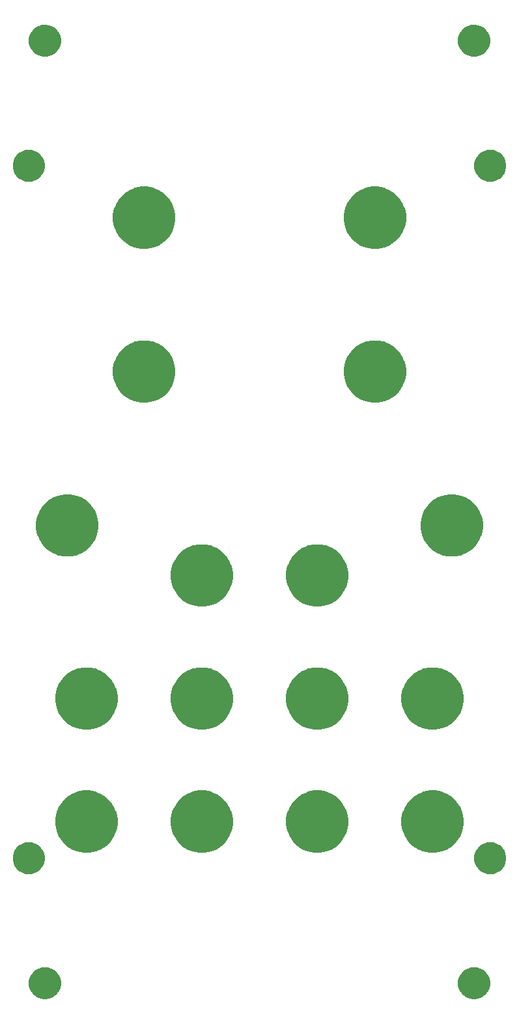
<source format=gbs>
G04 #@! TF.GenerationSoftware,KiCad,Pcbnew,(5.1.0)-1*
G04 #@! TF.CreationDate,2019-05-25T14:28:57-04:00*
G04 #@! TF.ProjectId,VCO_2_RevB_Panel,56434f5f-325f-4526-9576-425f50616e65,rev?*
G04 #@! TF.SameCoordinates,Original*
G04 #@! TF.FileFunction,Soldermask,Bot*
G04 #@! TF.FilePolarity,Negative*
%FSLAX46Y46*%
G04 Gerber Fmt 4.6, Leading zero omitted, Abs format (unit mm)*
G04 Created by KiCad (PCBNEW (5.1.0)-1) date 2019-05-25 14:28:57*
%MOMM*%
%LPD*%
G04 APERTURE LIST*
%ADD10C,0.100000*%
G04 APERTURE END LIST*
D10*
G36*
X108306373Y-139207024D02*
G01*
X108507589Y-139247048D01*
X108886671Y-139404069D01*
X109227835Y-139632028D01*
X109517972Y-139922165D01*
X109745931Y-140263329D01*
X109902952Y-140642411D01*
X109983000Y-141044842D01*
X109983000Y-141455158D01*
X109902952Y-141857589D01*
X109745931Y-142236671D01*
X109517972Y-142577835D01*
X109227835Y-142867972D01*
X108886671Y-143095931D01*
X108507589Y-143252952D01*
X108306373Y-143292976D01*
X108105159Y-143333000D01*
X107694841Y-143333000D01*
X107493627Y-143292976D01*
X107292411Y-143252952D01*
X106913329Y-143095931D01*
X106572165Y-142867972D01*
X106282028Y-142577835D01*
X106054069Y-142236671D01*
X105897048Y-141857589D01*
X105817000Y-141455158D01*
X105817000Y-141044842D01*
X105897048Y-140642411D01*
X106054069Y-140263329D01*
X106282028Y-139922165D01*
X106572165Y-139632028D01*
X106913329Y-139404069D01*
X107292411Y-139247048D01*
X107493627Y-139207024D01*
X107694841Y-139167000D01*
X108105159Y-139167000D01*
X108306373Y-139207024D01*
X108306373Y-139207024D01*
G37*
G36*
X52506373Y-139207024D02*
G01*
X52707589Y-139247048D01*
X53086671Y-139404069D01*
X53427835Y-139632028D01*
X53717972Y-139922165D01*
X53945931Y-140263329D01*
X54102952Y-140642411D01*
X54183000Y-141044842D01*
X54183000Y-141455158D01*
X54102952Y-141857589D01*
X53945931Y-142236671D01*
X53717972Y-142577835D01*
X53427835Y-142867972D01*
X53086671Y-143095931D01*
X52707589Y-143252952D01*
X52506373Y-143292976D01*
X52305159Y-143333000D01*
X51894841Y-143333000D01*
X51693627Y-143292976D01*
X51492411Y-143252952D01*
X51113329Y-143095931D01*
X50772165Y-142867972D01*
X50482028Y-142577835D01*
X50254069Y-142236671D01*
X50097048Y-141857589D01*
X50017000Y-141455158D01*
X50017000Y-141044842D01*
X50097048Y-140642411D01*
X50254069Y-140263329D01*
X50482028Y-139922165D01*
X50772165Y-139632028D01*
X51113329Y-139404069D01*
X51492411Y-139247048D01*
X51693627Y-139207024D01*
X51894841Y-139167000D01*
X52305159Y-139167000D01*
X52506373Y-139207024D01*
X52506373Y-139207024D01*
G37*
G36*
X110406373Y-122957024D02*
G01*
X110607589Y-122997048D01*
X110986671Y-123154069D01*
X111327835Y-123382028D01*
X111617972Y-123672165D01*
X111845931Y-124013329D01*
X112002952Y-124392411D01*
X112083000Y-124794842D01*
X112083000Y-125205158D01*
X112002952Y-125607589D01*
X111845931Y-125986671D01*
X111617972Y-126327835D01*
X111327835Y-126617972D01*
X110986671Y-126845931D01*
X110607589Y-127002952D01*
X110406373Y-127042976D01*
X110205159Y-127083000D01*
X109794841Y-127083000D01*
X109593627Y-127042976D01*
X109392411Y-127002952D01*
X109013329Y-126845931D01*
X108672165Y-126617972D01*
X108382028Y-126327835D01*
X108154069Y-125986671D01*
X107997048Y-125607589D01*
X107917000Y-125205158D01*
X107917000Y-124794842D01*
X107997048Y-124392411D01*
X108154069Y-124013329D01*
X108382028Y-123672165D01*
X108672165Y-123382028D01*
X109013329Y-123154069D01*
X109392411Y-122997048D01*
X109593627Y-122957024D01*
X109794841Y-122917000D01*
X110205159Y-122917000D01*
X110406373Y-122957024D01*
X110406373Y-122957024D01*
G37*
G36*
X50406373Y-122957024D02*
G01*
X50607589Y-122997048D01*
X50986671Y-123154069D01*
X51327835Y-123382028D01*
X51617972Y-123672165D01*
X51845931Y-124013329D01*
X52002952Y-124392411D01*
X52083000Y-124794842D01*
X52083000Y-125205158D01*
X52002952Y-125607589D01*
X51845931Y-125986671D01*
X51617972Y-126327835D01*
X51327835Y-126617972D01*
X50986671Y-126845931D01*
X50607589Y-127002952D01*
X50406373Y-127042976D01*
X50205159Y-127083000D01*
X49794841Y-127083000D01*
X49593627Y-127042976D01*
X49392411Y-127002952D01*
X49013329Y-126845931D01*
X48672165Y-126617972D01*
X48382028Y-126327835D01*
X48154069Y-125986671D01*
X47997048Y-125607589D01*
X47917000Y-125205158D01*
X47917000Y-124794842D01*
X47997048Y-124392411D01*
X48154069Y-124013329D01*
X48382028Y-123672165D01*
X48672165Y-123382028D01*
X49013329Y-123154069D01*
X49392411Y-122997048D01*
X49593627Y-122957024D01*
X49794841Y-122917000D01*
X50205159Y-122917000D01*
X50406373Y-122957024D01*
X50406373Y-122957024D01*
G37*
G36*
X58681632Y-116354677D02*
G01*
X58987005Y-116481167D01*
X59418868Y-116660050D01*
X60082362Y-117103383D01*
X60646617Y-117667638D01*
X61089950Y-118331132D01*
X61268833Y-118762995D01*
X61395323Y-119068368D01*
X61551000Y-119851010D01*
X61551000Y-120648990D01*
X61395323Y-121431632D01*
X61268833Y-121737005D01*
X61089950Y-122168868D01*
X60646617Y-122832362D01*
X60082362Y-123396617D01*
X59418868Y-123839950D01*
X59000293Y-124013329D01*
X58681632Y-124145323D01*
X57898990Y-124301000D01*
X57101010Y-124301000D01*
X56318368Y-124145323D01*
X55999707Y-124013329D01*
X55581132Y-123839950D01*
X54917638Y-123396617D01*
X54353383Y-122832362D01*
X53910050Y-122168868D01*
X53731167Y-121737005D01*
X53604677Y-121431632D01*
X53449000Y-120648990D01*
X53449000Y-119851010D01*
X53604677Y-119068368D01*
X53731167Y-118762995D01*
X53910050Y-118331132D01*
X54353383Y-117667638D01*
X54917638Y-117103383D01*
X55581132Y-116660050D01*
X56012995Y-116481167D01*
X56318368Y-116354677D01*
X57101010Y-116199000D01*
X57898990Y-116199000D01*
X58681632Y-116354677D01*
X58681632Y-116354677D01*
G37*
G36*
X73681632Y-116354677D02*
G01*
X73987005Y-116481167D01*
X74418868Y-116660050D01*
X75082362Y-117103383D01*
X75646617Y-117667638D01*
X76089950Y-118331132D01*
X76268833Y-118762995D01*
X76395323Y-119068368D01*
X76551000Y-119851010D01*
X76551000Y-120648990D01*
X76395323Y-121431632D01*
X76268833Y-121737005D01*
X76089950Y-122168868D01*
X75646617Y-122832362D01*
X75082362Y-123396617D01*
X74418868Y-123839950D01*
X74000293Y-124013329D01*
X73681632Y-124145323D01*
X72898990Y-124301000D01*
X72101010Y-124301000D01*
X71318368Y-124145323D01*
X70999707Y-124013329D01*
X70581132Y-123839950D01*
X69917638Y-123396617D01*
X69353383Y-122832362D01*
X68910050Y-122168868D01*
X68731167Y-121737005D01*
X68604677Y-121431632D01*
X68449000Y-120648990D01*
X68449000Y-119851010D01*
X68604677Y-119068368D01*
X68731167Y-118762995D01*
X68910050Y-118331132D01*
X69353383Y-117667638D01*
X69917638Y-117103383D01*
X70581132Y-116660050D01*
X71012995Y-116481167D01*
X71318368Y-116354677D01*
X72101010Y-116199000D01*
X72898990Y-116199000D01*
X73681632Y-116354677D01*
X73681632Y-116354677D01*
G37*
G36*
X88681632Y-116354677D02*
G01*
X88987005Y-116481167D01*
X89418868Y-116660050D01*
X90082362Y-117103383D01*
X90646617Y-117667638D01*
X91089950Y-118331132D01*
X91268833Y-118762995D01*
X91395323Y-119068368D01*
X91551000Y-119851010D01*
X91551000Y-120648990D01*
X91395323Y-121431632D01*
X91268833Y-121737005D01*
X91089950Y-122168868D01*
X90646617Y-122832362D01*
X90082362Y-123396617D01*
X89418868Y-123839950D01*
X89000293Y-124013329D01*
X88681632Y-124145323D01*
X87898990Y-124301000D01*
X87101010Y-124301000D01*
X86318368Y-124145323D01*
X85999707Y-124013329D01*
X85581132Y-123839950D01*
X84917638Y-123396617D01*
X84353383Y-122832362D01*
X83910050Y-122168868D01*
X83731167Y-121737005D01*
X83604677Y-121431632D01*
X83449000Y-120648990D01*
X83449000Y-119851010D01*
X83604677Y-119068368D01*
X83731167Y-118762995D01*
X83910050Y-118331132D01*
X84353383Y-117667638D01*
X84917638Y-117103383D01*
X85581132Y-116660050D01*
X86012995Y-116481167D01*
X86318368Y-116354677D01*
X87101010Y-116199000D01*
X87898990Y-116199000D01*
X88681632Y-116354677D01*
X88681632Y-116354677D01*
G37*
G36*
X103681632Y-116354677D02*
G01*
X103987005Y-116481167D01*
X104418868Y-116660050D01*
X105082362Y-117103383D01*
X105646617Y-117667638D01*
X106089950Y-118331132D01*
X106268833Y-118762995D01*
X106395323Y-119068368D01*
X106551000Y-119851010D01*
X106551000Y-120648990D01*
X106395323Y-121431632D01*
X106268833Y-121737005D01*
X106089950Y-122168868D01*
X105646617Y-122832362D01*
X105082362Y-123396617D01*
X104418868Y-123839950D01*
X104000293Y-124013329D01*
X103681632Y-124145323D01*
X102898990Y-124301000D01*
X102101010Y-124301000D01*
X101318368Y-124145323D01*
X100999707Y-124013329D01*
X100581132Y-123839950D01*
X99917638Y-123396617D01*
X99353383Y-122832362D01*
X98910050Y-122168868D01*
X98731167Y-121737005D01*
X98604677Y-121431632D01*
X98449000Y-120648990D01*
X98449000Y-119851010D01*
X98604677Y-119068368D01*
X98731167Y-118762995D01*
X98910050Y-118331132D01*
X99353383Y-117667638D01*
X99917638Y-117103383D01*
X100581132Y-116660050D01*
X101012995Y-116481167D01*
X101318368Y-116354677D01*
X102101010Y-116199000D01*
X102898990Y-116199000D01*
X103681632Y-116354677D01*
X103681632Y-116354677D01*
G37*
G36*
X103681632Y-100354677D02*
G01*
X103987005Y-100481167D01*
X104418868Y-100660050D01*
X105082362Y-101103383D01*
X105646617Y-101667638D01*
X106089950Y-102331132D01*
X106268833Y-102762995D01*
X106395323Y-103068368D01*
X106551000Y-103851010D01*
X106551000Y-104648990D01*
X106395323Y-105431632D01*
X106268833Y-105737005D01*
X106089950Y-106168868D01*
X105646617Y-106832362D01*
X105082362Y-107396617D01*
X104418868Y-107839950D01*
X103987005Y-108018833D01*
X103681632Y-108145323D01*
X102898990Y-108301000D01*
X102101010Y-108301000D01*
X101318368Y-108145323D01*
X101012995Y-108018833D01*
X100581132Y-107839950D01*
X99917638Y-107396617D01*
X99353383Y-106832362D01*
X98910050Y-106168868D01*
X98731167Y-105737005D01*
X98604677Y-105431632D01*
X98449000Y-104648990D01*
X98449000Y-103851010D01*
X98604677Y-103068368D01*
X98731167Y-102762995D01*
X98910050Y-102331132D01*
X99353383Y-101667638D01*
X99917638Y-101103383D01*
X100581132Y-100660050D01*
X101012995Y-100481167D01*
X101318368Y-100354677D01*
X102101010Y-100199000D01*
X102898990Y-100199000D01*
X103681632Y-100354677D01*
X103681632Y-100354677D01*
G37*
G36*
X73681632Y-100354677D02*
G01*
X73987005Y-100481167D01*
X74418868Y-100660050D01*
X75082362Y-101103383D01*
X75646617Y-101667638D01*
X76089950Y-102331132D01*
X76268833Y-102762995D01*
X76395323Y-103068368D01*
X76551000Y-103851010D01*
X76551000Y-104648990D01*
X76395323Y-105431632D01*
X76268833Y-105737005D01*
X76089950Y-106168868D01*
X75646617Y-106832362D01*
X75082362Y-107396617D01*
X74418868Y-107839950D01*
X73987005Y-108018833D01*
X73681632Y-108145323D01*
X72898990Y-108301000D01*
X72101010Y-108301000D01*
X71318368Y-108145323D01*
X71012995Y-108018833D01*
X70581132Y-107839950D01*
X69917638Y-107396617D01*
X69353383Y-106832362D01*
X68910050Y-106168868D01*
X68731167Y-105737005D01*
X68604677Y-105431632D01*
X68449000Y-104648990D01*
X68449000Y-103851010D01*
X68604677Y-103068368D01*
X68731167Y-102762995D01*
X68910050Y-102331132D01*
X69353383Y-101667638D01*
X69917638Y-101103383D01*
X70581132Y-100660050D01*
X71012995Y-100481167D01*
X71318368Y-100354677D01*
X72101010Y-100199000D01*
X72898990Y-100199000D01*
X73681632Y-100354677D01*
X73681632Y-100354677D01*
G37*
G36*
X58681632Y-100354677D02*
G01*
X58987005Y-100481167D01*
X59418868Y-100660050D01*
X60082362Y-101103383D01*
X60646617Y-101667638D01*
X61089950Y-102331132D01*
X61268833Y-102762995D01*
X61395323Y-103068368D01*
X61551000Y-103851010D01*
X61551000Y-104648990D01*
X61395323Y-105431632D01*
X61268833Y-105737005D01*
X61089950Y-106168868D01*
X60646617Y-106832362D01*
X60082362Y-107396617D01*
X59418868Y-107839950D01*
X58987005Y-108018833D01*
X58681632Y-108145323D01*
X57898990Y-108301000D01*
X57101010Y-108301000D01*
X56318368Y-108145323D01*
X56012995Y-108018833D01*
X55581132Y-107839950D01*
X54917638Y-107396617D01*
X54353383Y-106832362D01*
X53910050Y-106168868D01*
X53731167Y-105737005D01*
X53604677Y-105431632D01*
X53449000Y-104648990D01*
X53449000Y-103851010D01*
X53604677Y-103068368D01*
X53731167Y-102762995D01*
X53910050Y-102331132D01*
X54353383Y-101667638D01*
X54917638Y-101103383D01*
X55581132Y-100660050D01*
X56012995Y-100481167D01*
X56318368Y-100354677D01*
X57101010Y-100199000D01*
X57898990Y-100199000D01*
X58681632Y-100354677D01*
X58681632Y-100354677D01*
G37*
G36*
X88681632Y-100354677D02*
G01*
X88987005Y-100481167D01*
X89418868Y-100660050D01*
X90082362Y-101103383D01*
X90646617Y-101667638D01*
X91089950Y-102331132D01*
X91268833Y-102762995D01*
X91395323Y-103068368D01*
X91551000Y-103851010D01*
X91551000Y-104648990D01*
X91395323Y-105431632D01*
X91268833Y-105737005D01*
X91089950Y-106168868D01*
X90646617Y-106832362D01*
X90082362Y-107396617D01*
X89418868Y-107839950D01*
X88987005Y-108018833D01*
X88681632Y-108145323D01*
X87898990Y-108301000D01*
X87101010Y-108301000D01*
X86318368Y-108145323D01*
X86012995Y-108018833D01*
X85581132Y-107839950D01*
X84917638Y-107396617D01*
X84353383Y-106832362D01*
X83910050Y-106168868D01*
X83731167Y-105737005D01*
X83604677Y-105431632D01*
X83449000Y-104648990D01*
X83449000Y-103851010D01*
X83604677Y-103068368D01*
X83731167Y-102762995D01*
X83910050Y-102331132D01*
X84353383Y-101667638D01*
X84917638Y-101103383D01*
X85581132Y-100660050D01*
X86012995Y-100481167D01*
X86318368Y-100354677D01*
X87101010Y-100199000D01*
X87898990Y-100199000D01*
X88681632Y-100354677D01*
X88681632Y-100354677D01*
G37*
G36*
X73681632Y-84354677D02*
G01*
X73987005Y-84481167D01*
X74418868Y-84660050D01*
X75082362Y-85103383D01*
X75646617Y-85667638D01*
X76089950Y-86331132D01*
X76268833Y-86762995D01*
X76395323Y-87068368D01*
X76551000Y-87851010D01*
X76551000Y-88648990D01*
X76395323Y-89431632D01*
X76268833Y-89737005D01*
X76089950Y-90168868D01*
X75646617Y-90832362D01*
X75082362Y-91396617D01*
X74418868Y-91839950D01*
X73987005Y-92018833D01*
X73681632Y-92145323D01*
X72898990Y-92301000D01*
X72101010Y-92301000D01*
X71318368Y-92145323D01*
X71012995Y-92018833D01*
X70581132Y-91839950D01*
X69917638Y-91396617D01*
X69353383Y-90832362D01*
X68910050Y-90168868D01*
X68731167Y-89737005D01*
X68604677Y-89431632D01*
X68449000Y-88648990D01*
X68449000Y-87851010D01*
X68604677Y-87068368D01*
X68731167Y-86762995D01*
X68910050Y-86331132D01*
X69353383Y-85667638D01*
X69917638Y-85103383D01*
X70581132Y-84660050D01*
X71012995Y-84481167D01*
X71318368Y-84354677D01*
X72101010Y-84199000D01*
X72898990Y-84199000D01*
X73681632Y-84354677D01*
X73681632Y-84354677D01*
G37*
G36*
X88681632Y-84354677D02*
G01*
X88987005Y-84481167D01*
X89418868Y-84660050D01*
X90082362Y-85103383D01*
X90646617Y-85667638D01*
X91089950Y-86331132D01*
X91268833Y-86762995D01*
X91395323Y-87068368D01*
X91551000Y-87851010D01*
X91551000Y-88648990D01*
X91395323Y-89431632D01*
X91268833Y-89737005D01*
X91089950Y-90168868D01*
X90646617Y-90832362D01*
X90082362Y-91396617D01*
X89418868Y-91839950D01*
X88987005Y-92018833D01*
X88681632Y-92145323D01*
X87898990Y-92301000D01*
X87101010Y-92301000D01*
X86318368Y-92145323D01*
X86012995Y-92018833D01*
X85581132Y-91839950D01*
X84917638Y-91396617D01*
X84353383Y-90832362D01*
X83910050Y-90168868D01*
X83731167Y-89737005D01*
X83604677Y-89431632D01*
X83449000Y-88648990D01*
X83449000Y-87851010D01*
X83604677Y-87068368D01*
X83731167Y-86762995D01*
X83910050Y-86331132D01*
X84353383Y-85667638D01*
X84917638Y-85103383D01*
X85581132Y-84660050D01*
X86012995Y-84481167D01*
X86318368Y-84354677D01*
X87101010Y-84199000D01*
X87898990Y-84199000D01*
X88681632Y-84354677D01*
X88681632Y-84354677D01*
G37*
G36*
X56181632Y-77854677D02*
G01*
X56487005Y-77981167D01*
X56918868Y-78160050D01*
X57582362Y-78603383D01*
X58146617Y-79167638D01*
X58589950Y-79831132D01*
X58768833Y-80262995D01*
X58895323Y-80568368D01*
X59051000Y-81351010D01*
X59051000Y-82148990D01*
X58895323Y-82931632D01*
X58768833Y-83237005D01*
X58589950Y-83668868D01*
X58146617Y-84332362D01*
X57582362Y-84896617D01*
X56918868Y-85339950D01*
X56487005Y-85518833D01*
X56181632Y-85645323D01*
X55398990Y-85801000D01*
X54601010Y-85801000D01*
X53818368Y-85645323D01*
X53512995Y-85518833D01*
X53081132Y-85339950D01*
X52417638Y-84896617D01*
X51853383Y-84332362D01*
X51410050Y-83668868D01*
X51231167Y-83237005D01*
X51104677Y-82931632D01*
X50949000Y-82148990D01*
X50949000Y-81351010D01*
X51104677Y-80568368D01*
X51231167Y-80262995D01*
X51410050Y-79831132D01*
X51853383Y-79167638D01*
X52417638Y-78603383D01*
X53081132Y-78160050D01*
X53512995Y-77981167D01*
X53818368Y-77854677D01*
X54601010Y-77699000D01*
X55398990Y-77699000D01*
X56181632Y-77854677D01*
X56181632Y-77854677D01*
G37*
G36*
X106181632Y-77854677D02*
G01*
X106487005Y-77981167D01*
X106918868Y-78160050D01*
X107582362Y-78603383D01*
X108146617Y-79167638D01*
X108589950Y-79831132D01*
X108768833Y-80262995D01*
X108895323Y-80568368D01*
X109051000Y-81351010D01*
X109051000Y-82148990D01*
X108895323Y-82931632D01*
X108768833Y-83237005D01*
X108589950Y-83668868D01*
X108146617Y-84332362D01*
X107582362Y-84896617D01*
X106918868Y-85339950D01*
X106487005Y-85518833D01*
X106181632Y-85645323D01*
X105398990Y-85801000D01*
X104601010Y-85801000D01*
X103818368Y-85645323D01*
X103512995Y-85518833D01*
X103081132Y-85339950D01*
X102417638Y-84896617D01*
X101853383Y-84332362D01*
X101410050Y-83668868D01*
X101231167Y-83237005D01*
X101104677Y-82931632D01*
X100949000Y-82148990D01*
X100949000Y-81351010D01*
X101104677Y-80568368D01*
X101231167Y-80262995D01*
X101410050Y-79831132D01*
X101853383Y-79167638D01*
X102417638Y-78603383D01*
X103081132Y-78160050D01*
X103512995Y-77981167D01*
X103818368Y-77854677D01*
X104601010Y-77699000D01*
X105398990Y-77699000D01*
X106181632Y-77854677D01*
X106181632Y-77854677D01*
G37*
G36*
X66181632Y-57854677D02*
G01*
X66487005Y-57981167D01*
X66918868Y-58160050D01*
X67582362Y-58603383D01*
X68146617Y-59167638D01*
X68589950Y-59831132D01*
X68768833Y-60262995D01*
X68895323Y-60568368D01*
X69051000Y-61351010D01*
X69051000Y-62148990D01*
X68895323Y-62931632D01*
X68768833Y-63237005D01*
X68589950Y-63668868D01*
X68146617Y-64332362D01*
X67582362Y-64896617D01*
X66918868Y-65339950D01*
X66487005Y-65518833D01*
X66181632Y-65645323D01*
X65398990Y-65801000D01*
X64601010Y-65801000D01*
X63818368Y-65645323D01*
X63512995Y-65518833D01*
X63081132Y-65339950D01*
X62417638Y-64896617D01*
X61853383Y-64332362D01*
X61410050Y-63668868D01*
X61231167Y-63237005D01*
X61104677Y-62931632D01*
X60949000Y-62148990D01*
X60949000Y-61351010D01*
X61104677Y-60568368D01*
X61231167Y-60262995D01*
X61410050Y-59831132D01*
X61853383Y-59167638D01*
X62417638Y-58603383D01*
X63081132Y-58160050D01*
X63512995Y-57981167D01*
X63818368Y-57854677D01*
X64601010Y-57699000D01*
X65398990Y-57699000D01*
X66181632Y-57854677D01*
X66181632Y-57854677D01*
G37*
G36*
X96181632Y-57854677D02*
G01*
X96487005Y-57981167D01*
X96918868Y-58160050D01*
X97582362Y-58603383D01*
X98146617Y-59167638D01*
X98589950Y-59831132D01*
X98768833Y-60262995D01*
X98895323Y-60568368D01*
X99051000Y-61351010D01*
X99051000Y-62148990D01*
X98895323Y-62931632D01*
X98768833Y-63237005D01*
X98589950Y-63668868D01*
X98146617Y-64332362D01*
X97582362Y-64896617D01*
X96918868Y-65339950D01*
X96487005Y-65518833D01*
X96181632Y-65645323D01*
X95398990Y-65801000D01*
X94601010Y-65801000D01*
X93818368Y-65645323D01*
X93512995Y-65518833D01*
X93081132Y-65339950D01*
X92417638Y-64896617D01*
X91853383Y-64332362D01*
X91410050Y-63668868D01*
X91231167Y-63237005D01*
X91104677Y-62931632D01*
X90949000Y-62148990D01*
X90949000Y-61351010D01*
X91104677Y-60568368D01*
X91231167Y-60262995D01*
X91410050Y-59831132D01*
X91853383Y-59167638D01*
X92417638Y-58603383D01*
X93081132Y-58160050D01*
X93512995Y-57981167D01*
X93818368Y-57854677D01*
X94601010Y-57699000D01*
X95398990Y-57699000D01*
X96181632Y-57854677D01*
X96181632Y-57854677D01*
G37*
G36*
X66181632Y-37854677D02*
G01*
X66487005Y-37981167D01*
X66918868Y-38160050D01*
X67582362Y-38603383D01*
X68146617Y-39167638D01*
X68589950Y-39831132D01*
X68768833Y-40262995D01*
X68895323Y-40568368D01*
X69051000Y-41351010D01*
X69051000Y-42148990D01*
X68895323Y-42931632D01*
X68768833Y-43237005D01*
X68589950Y-43668868D01*
X68146617Y-44332362D01*
X67582362Y-44896617D01*
X66918868Y-45339950D01*
X66487005Y-45518833D01*
X66181632Y-45645323D01*
X65398990Y-45801000D01*
X64601010Y-45801000D01*
X63818368Y-45645323D01*
X63512995Y-45518833D01*
X63081132Y-45339950D01*
X62417638Y-44896617D01*
X61853383Y-44332362D01*
X61410050Y-43668868D01*
X61231167Y-43237005D01*
X61104677Y-42931632D01*
X60949000Y-42148990D01*
X60949000Y-41351010D01*
X61104677Y-40568368D01*
X61231167Y-40262995D01*
X61410050Y-39831132D01*
X61853383Y-39167638D01*
X62417638Y-38603383D01*
X63081132Y-38160050D01*
X63512995Y-37981167D01*
X63818368Y-37854677D01*
X64601010Y-37699000D01*
X65398990Y-37699000D01*
X66181632Y-37854677D01*
X66181632Y-37854677D01*
G37*
G36*
X96181632Y-37854677D02*
G01*
X96487005Y-37981167D01*
X96918868Y-38160050D01*
X97582362Y-38603383D01*
X98146617Y-39167638D01*
X98589950Y-39831132D01*
X98768833Y-40262995D01*
X98895323Y-40568368D01*
X99051000Y-41351010D01*
X99051000Y-42148990D01*
X98895323Y-42931632D01*
X98768833Y-43237005D01*
X98589950Y-43668868D01*
X98146617Y-44332362D01*
X97582362Y-44896617D01*
X96918868Y-45339950D01*
X96487005Y-45518833D01*
X96181632Y-45645323D01*
X95398990Y-45801000D01*
X94601010Y-45801000D01*
X93818368Y-45645323D01*
X93512995Y-45518833D01*
X93081132Y-45339950D01*
X92417638Y-44896617D01*
X91853383Y-44332362D01*
X91410050Y-43668868D01*
X91231167Y-43237005D01*
X91104677Y-42931632D01*
X90949000Y-42148990D01*
X90949000Y-41351010D01*
X91104677Y-40568368D01*
X91231167Y-40262995D01*
X91410050Y-39831132D01*
X91853383Y-39167638D01*
X92417638Y-38603383D01*
X93081132Y-38160050D01*
X93512995Y-37981167D01*
X93818368Y-37854677D01*
X94601010Y-37699000D01*
X95398990Y-37699000D01*
X96181632Y-37854677D01*
X96181632Y-37854677D01*
G37*
G36*
X50406373Y-32957024D02*
G01*
X50607589Y-32997048D01*
X50986671Y-33154069D01*
X51327835Y-33382028D01*
X51617972Y-33672165D01*
X51845931Y-34013329D01*
X52002952Y-34392411D01*
X52083000Y-34794842D01*
X52083000Y-35205158D01*
X52002952Y-35607589D01*
X51845931Y-35986671D01*
X51617972Y-36327835D01*
X51327835Y-36617972D01*
X50986671Y-36845931D01*
X50607589Y-37002952D01*
X50406373Y-37042976D01*
X50205159Y-37083000D01*
X49794841Y-37083000D01*
X49593627Y-37042976D01*
X49392411Y-37002952D01*
X49013329Y-36845931D01*
X48672165Y-36617972D01*
X48382028Y-36327835D01*
X48154069Y-35986671D01*
X47997048Y-35607589D01*
X47917000Y-35205158D01*
X47917000Y-34794842D01*
X47997048Y-34392411D01*
X48154069Y-34013329D01*
X48382028Y-33672165D01*
X48672165Y-33382028D01*
X49013329Y-33154069D01*
X49392411Y-32997048D01*
X49593627Y-32957024D01*
X49794841Y-32917000D01*
X50205159Y-32917000D01*
X50406373Y-32957024D01*
X50406373Y-32957024D01*
G37*
G36*
X110406373Y-32957024D02*
G01*
X110607589Y-32997048D01*
X110986671Y-33154069D01*
X111327835Y-33382028D01*
X111617972Y-33672165D01*
X111845931Y-34013329D01*
X112002952Y-34392411D01*
X112083000Y-34794842D01*
X112083000Y-35205158D01*
X112002952Y-35607589D01*
X111845931Y-35986671D01*
X111617972Y-36327835D01*
X111327835Y-36617972D01*
X110986671Y-36845931D01*
X110607589Y-37002952D01*
X110205159Y-37083000D01*
X109794841Y-37083000D01*
X109593627Y-37042976D01*
X109392411Y-37002952D01*
X109013329Y-36845931D01*
X108672165Y-36617972D01*
X108382028Y-36327835D01*
X108154069Y-35986671D01*
X107997048Y-35607589D01*
X107917000Y-35205158D01*
X107917000Y-34794842D01*
X107997048Y-34392411D01*
X108154069Y-34013329D01*
X108382028Y-33672165D01*
X108672165Y-33382028D01*
X109013329Y-33154069D01*
X109392411Y-32997048D01*
X109593627Y-32957024D01*
X109794841Y-32917000D01*
X110205159Y-32917000D01*
X110406373Y-32957024D01*
X110406373Y-32957024D01*
G37*
G36*
X108507589Y-16747048D02*
G01*
X108886671Y-16904069D01*
X109227835Y-17132028D01*
X109517972Y-17422165D01*
X109745931Y-17763329D01*
X109902952Y-18142411D01*
X109983000Y-18544842D01*
X109983000Y-18955158D01*
X109902952Y-19357589D01*
X109745931Y-19736671D01*
X109517972Y-20077835D01*
X109227835Y-20367972D01*
X108886671Y-20595931D01*
X108507589Y-20752952D01*
X108105159Y-20833000D01*
X107694841Y-20833000D01*
X107292411Y-20752952D01*
X106913329Y-20595931D01*
X106572165Y-20367972D01*
X106282028Y-20077835D01*
X106054069Y-19736671D01*
X105897048Y-19357589D01*
X105817000Y-18955158D01*
X105817000Y-18544842D01*
X105897048Y-18142411D01*
X106054069Y-17763329D01*
X106282028Y-17422165D01*
X106572165Y-17132028D01*
X106913329Y-16904069D01*
X107292411Y-16747048D01*
X107493627Y-16707024D01*
X107694841Y-16667000D01*
X108105159Y-16667000D01*
X108507589Y-16747048D01*
X108507589Y-16747048D01*
G37*
G36*
X52707589Y-16747048D02*
G01*
X53086671Y-16904069D01*
X53427835Y-17132028D01*
X53717972Y-17422165D01*
X53945931Y-17763329D01*
X54102952Y-18142411D01*
X54183000Y-18544842D01*
X54183000Y-18955158D01*
X54102952Y-19357589D01*
X53945931Y-19736671D01*
X53717972Y-20077835D01*
X53427835Y-20367972D01*
X53086671Y-20595931D01*
X52707589Y-20752952D01*
X52305159Y-20833000D01*
X51894841Y-20833000D01*
X51492411Y-20752952D01*
X51113329Y-20595931D01*
X50772165Y-20367972D01*
X50482028Y-20077835D01*
X50254069Y-19736671D01*
X50097048Y-19357589D01*
X50017000Y-18955158D01*
X50017000Y-18544842D01*
X50097048Y-18142411D01*
X50254069Y-17763329D01*
X50482028Y-17422165D01*
X50772165Y-17132028D01*
X51113329Y-16904069D01*
X51492411Y-16747048D01*
X51693627Y-16707024D01*
X51894841Y-16667000D01*
X52305159Y-16667000D01*
X52707589Y-16747048D01*
X52707589Y-16747048D01*
G37*
M02*

</source>
